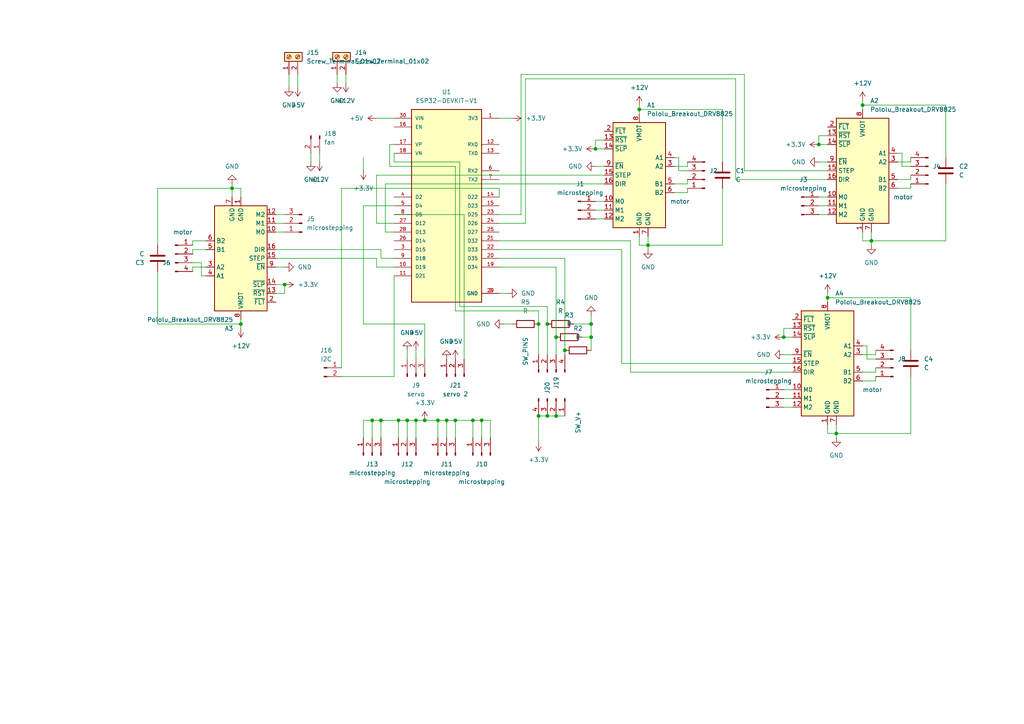
<source format=kicad_sch>
(kicad_sch (version 20231120) (generator "eeschema") (generator_version "8.0")
  (paper "A4")
  (lib_symbols
    (symbol "Connector:Conn_01x02_Pin" (pin_names (offset 1.016) hide)
      (property "Reference" "J" (at 0 2.54 0))
      (property "Value" "Conn_01x02_Pin" (at 0 -5.08 0))
      (symbol "Conn_01x02_Pin_1_1"
        (polyline (pts (xy 1.27 -2.54) (xy 0.8636 -2.54)) (stroke (width 0.1524)))
        (polyline (pts (xy 1.27 0) (xy 0.8636 0)) (stroke (width 0.1524)))
        (rectangle (start 0.8636 -2.413) (end 0 -2.667) (stroke (width 0.1524)) (fill (type outline)))
        (rectangle (start 0.8636 0.127) (end 0 -0.127) (stroke (width 0.1524)) (fill (type outline)))
        (pin passive line (at 5.08 0 180) (length 3.81) (name "Pin_1") (number "1"))
        (pin passive line (at 5.08 -2.54 180) (length 3.81) (name "Pin_2") (number "2"))
      )
    )
    (symbol "Connector:Conn_01x03_Pin" (pin_names (offset 1.016) hide)
      (property "Reference" "J" (at 0 5.08 0))
      (property "Value" "Conn_01x03_Pin" (at 0 -5.08 0))
      (symbol "Conn_01x03_Pin_1_1"
        (polyline (pts (xy 1.27 -2.54) (xy 0.8636 -2.54)) (stroke (width 0.1524)))
        (polyline (pts (xy 1.27 0) (xy 0.8636 0)) (stroke (width 0.1524)))
        (polyline (pts (xy 1.27 2.54) (xy 0.8636 2.54)) (stroke (width 0.1524)))
        (rectangle (start 0.8636 -2.413) (end 0 -2.667) (stroke (width 0.1524)) (fill (type outline)))
        (rectangle (start 0.8636 0.127) (end 0 -0.127) (stroke (width 0.1524)) (fill (type outline)))
        (rectangle (start 0.8636 2.667) (end 0 2.413) (stroke (width 0.1524)) (fill (type outline)))
        (pin passive line (at 5.08 2.54 180) (length 3.81) (name "Pin_1") (number "1"))
        (pin passive line (at 5.08 0 180) (length 3.81) (name "Pin_2") (number "2"))
        (pin passive line (at 5.08 -2.54 180) (length 3.81) (name "Pin_3") (number "3"))
      )
    )
    (symbol "Connector:Conn_01x04_Pin" (pin_names (offset 1.016) hide)
      (property "Reference" "J" (at 0 5.08 0))
      (property "Value" "Conn_01x04_Pin" (at 0 -7.62 0))
      (symbol "Conn_01x04_Pin_1_1"
        (polyline (pts (xy 1.27 -5.08) (xy 0.8636 -5.08)) (stroke (width 0.1524)))
        (polyline (pts (xy 1.27 -2.54) (xy 0.8636 -2.54)) (stroke (width 0.1524)))
        (polyline (pts (xy 1.27 0) (xy 0.8636 0)) (stroke (width 0.1524)))
        (polyline (pts (xy 1.27 2.54) (xy 0.8636 2.54)) (stroke (width 0.1524)))
        (rectangle (start 0.8636 -4.953) (end 0 -5.207) (stroke (width 0.1524)) (fill (type outline)))
        (rectangle (start 0.8636 -2.413) (end 0 -2.667) (stroke (width 0.1524)) (fill (type outline)))
        (rectangle (start 0.8636 0.127) (end 0 -0.127) (stroke (width 0.1524)) (fill (type outline)))
        (rectangle (start 0.8636 2.667) (end 0 2.413) (stroke (width 0.1524)) (fill (type outline)))
        (pin passive line (at 5.08 2.54 180) (length 3.81) (name "Pin_1") (number "1"))
        (pin passive line (at 5.08 0 180) (length 3.81) (name "Pin_2") (number "2"))
        (pin passive line (at 5.08 -2.54 180) (length 3.81) (name "Pin_3") (number "3"))
        (pin passive line (at 5.08 -5.08 180) (length 3.81) (name "Pin_4") (number "4"))
      )
    )
    (symbol "Connector:Screw_Terminal_01x02" (pin_names (offset 1.016) hide)
      (property "Reference" "J" (at 0 2.54 0))
      (property "Value" "Screw_Terminal_01x02" (at 0 -5.08 0))
      (symbol "Screw_Terminal_01x02_1_1"
        (rectangle (start -1.27 1.27) (end 1.27 -3.81) (stroke (width 0.254)) (fill (type background)))
        (circle (center 0 -2.54) (radius 0.635) (stroke (width 0.1524)))
        (polyline (pts (xy -0.5334 -2.2098) (xy 0.3302 -3.048)) (stroke (width 0.1524)))
        (polyline (pts (xy -0.5334 0.3302) (xy 0.3302 -0.508)) (stroke (width 0.1524)))
        (polyline (pts (xy -0.3556 -2.032) (xy 0.508 -2.8702)) (stroke (width 0.1524)))
        (polyline (pts (xy -0.3556 0.508) (xy 0.508 -0.3302)) (stroke (width 0.1524)))
        (circle (center 0 0) (radius 0.635) (stroke (width 0.1524)))
        (pin passive line (at -5.08 0 0) (length 3.81) (name "Pin_1") (number "1"))
        (pin passive line (at -5.08 -2.54 0) (length 3.81) (name "Pin_2") (number "2"))
      )
    )
    (symbol "Device:C" (pin_numbers hide) (pin_names (offset 0.254))
      (property "Reference" "C" (at 0.635 2.54 0))
      (property "Value" "C" (at 0.635 -2.54 0))
      (symbol "C_0_1"
        (polyline (pts (xy -2.032 -0.762) (xy 2.032 -0.762)) (stroke (width 0.508)))
        (polyline (pts (xy -2.032 0.762) (xy 2.032 0.762)) (stroke (width 0.508)))
      )
      (symbol "C_1_1"
        (pin passive line (at 0 3.81 270) (length 2.794) (name "~") (number "1"))
        (pin passive line (at 0 -3.81 90) (length 2.794) (name "~") (number "2"))
      )
    )
    (symbol "Device:R" (pin_numbers hide) (pin_names (offset 0))
      (property "Reference" "R" (at 2.032 0 90))
      (property "Value" "R" (at 0 0 90))
      (symbol "R_0_1"
        (rectangle (start -1.016 -2.54) (end 1.016 2.54) (stroke (width 0.254)))
      )
      (symbol "R_1_1"
        (pin passive line (at 0 3.81 270) (length 1.27) (name "~") (number "1"))
        (pin passive line (at 0 -3.81 90) (length 1.27) (name "~") (number "2"))
      )
    )
    (symbol "Driver_Motor:Pololu_Breakout_DRV8825"
      (property "Reference" "A" (at -2.54 16.51 0))
      (property "Value" "Pololu_Breakout_DRV8825" (at -2.54 13.97 0))
      (symbol "Pololu_Breakout_DRV8825_0_1"
        (rectangle (start 7.62 -17.78) (end -7.62 12.7) (stroke (width 0.254)) (fill (type background)))
      )
      (symbol "Pololu_Breakout_DRV8825_1_1"
        (pin power_in line (at 0 -20.32 90) (length 2.54) (name "GND") (number "1"))
        (pin input line (at -10.16 -10.16 0) (length 2.54) (name "M0") (number "10"))
        (pin input line (at -10.16 -12.7 0) (length 2.54) (name "M1") (number "11"))
        (pin input line (at -10.16 -15.24 0) (length 2.54) (name "M2") (number "12"))
        (pin input line (at -10.16 7.62 0) (length 2.54) (name "~{RST}") (number "13"))
        (pin input line (at -10.16 5.08 0) (length 2.54) (name "~{SLP}") (number "14"))
        (pin input line (at -10.16 -2.54 0) (length 2.54) (name "STEP") (number "15"))
        (pin input line (at -10.16 -5.08 0) (length 2.54) (name "DIR") (number "16"))
        (pin output line (at -10.16 10.16 0) (length 2.54) (name "~{FLT}") (number "2"))
        (pin output line (at 10.16 0 180) (length 2.54) (name "A2") (number "3"))
        (pin output line (at 10.16 2.54 180) (length 2.54) (name "A1") (number "4"))
        (pin output line (at 10.16 -5.08 180) (length 2.54) (name "B1") (number "5"))
        (pin output line (at 10.16 -7.62 180) (length 2.54) (name "B2") (number "6"))
        (pin power_in line (at 2.54 -20.32 90) (length 2.54) (name "GND") (number "7"))
        (pin power_in line (at 0 15.24 270) (length 2.54) (name "VMOT") (number "8"))
        (pin input line (at -10.16 0 0) (length 2.54) (name "~{EN}") (number "9"))
      )
    )
    (symbol "ESP32-DEVKIT-V1:ESP32-DEVKIT-V1" (pin_names (offset 1.016))
      (property "Reference" "U" (at -10.16 30.48 0))
      (property "Value" "ESP32-DEVKIT-V1" (at -10.16 -30.48 0))
      (symbol "ESP32-DEVKIT-V1_0_0"
        (rectangle (start -10.16 -27.94) (end 10.16 27.94) (stroke (width 0.254)) (fill (type background)))
        (pin output line (at 15.24 25.4 180) (length 5.08) (name "3V3") (number "1"))
        (pin bidirectional line (at -15.24 -17.78 0) (length 5.08) (name "D19") (number "10"))
        (pin bidirectional line (at -15.24 -20.32 0) (length 5.08) (name "D21") (number "11"))
        (pin input line (at 15.24 17.78 180) (length 5.08) (name "RX0") (number "12"))
        (pin output line (at 15.24 15.24 180) (length 5.08) (name "TX0") (number "13"))
        (pin bidirectional line (at 15.24 2.54 180) (length 5.08) (name "D22") (number "14"))
        (pin bidirectional line (at 15.24 0 180) (length 5.08) (name "D23") (number "15"))
        (pin input line (at -15.24 22.86 0) (length 5.08) (name "EN") (number "16"))
        (pin bidirectional line (at -15.24 17.78 0) (length 5.08) (name "VP") (number "17"))
        (pin bidirectional line (at -15.24 15.24 0) (length 5.08) (name "VN") (number "18"))
        (pin bidirectional line (at 15.24 -17.78 180) (length 5.08) (name "D34") (number "19"))
        (pin power_in line (at 15.24 -25.4 180) (length 5.08) (name "GND") (number "2"))
        (pin bidirectional line (at 15.24 -15.24 180) (length 5.08) (name "D35") (number "20"))
        (pin bidirectional line (at 15.24 -10.16 180) (length 5.08) (name "D32") (number "21"))
        (pin bidirectional line (at 15.24 -12.7 180) (length 5.08) (name "D33") (number "22"))
        (pin bidirectional line (at 15.24 -2.54 180) (length 5.08) (name "D25") (number "23"))
        (pin bidirectional line (at 15.24 -5.08 180) (length 5.08) (name "D26") (number "24"))
        (pin bidirectional line (at 15.24 -7.62 180) (length 5.08) (name "D27") (number "25"))
        (pin bidirectional line (at -15.24 -10.16 0) (length 5.08) (name "D14") (number "26"))
        (pin bidirectional line (at -15.24 -5.08 0) (length 5.08) (name "D12") (number "27"))
        (pin bidirectional line (at -15.24 -7.62 0) (length 5.08) (name "D13") (number "28"))
        (pin power_in line (at 15.24 -25.4 180) (length 5.08) (name "GND") (number "29"))
        (pin bidirectional line (at -15.24 -12.7 0) (length 5.08) (name "D15") (number "3"))
        (pin input line (at -15.24 25.4 0) (length 5.08) (name "VIN") (number "30"))
        (pin bidirectional line (at -15.24 2.54 0) (length 5.08) (name "D2") (number "4"))
        (pin bidirectional line (at -15.24 0 0) (length 5.08) (name "D4") (number "5"))
        (pin input line (at 15.24 10.16 180) (length 5.08) (name "RX2") (number "6"))
        (pin output line (at 15.24 7.62 180) (length 5.08) (name "TX2") (number "7"))
        (pin bidirectional line (at -15.24 -2.54 0) (length 5.08) (name "D5") (number "8"))
        (pin bidirectional line (at -15.24 -15.24 0) (length 5.08) (name "D18") (number "9"))
      )
    )
    (symbol "power:+12V" (power) (pin_names (offset 0))
      (property "Value" "+12V" (at 0 3.556 0))
      (symbol "+12V_0_1"
        (polyline (pts (xy -0.762 1.27) (xy 0 2.54)))
        (polyline (pts (xy 0 0) (xy 0 2.54)))
        (polyline (pts (xy 0 2.54) (xy 0.762 1.27)))
      )
      (symbol "+12V_1_1"
        (pin power_in line (at 0 0 90) (length 0) hide (name "+12V") (number "1"))
      )
    )
    (symbol "power:+3.3V" (power) (pin_names (offset 0))
      (property "Value" "+3.3V" (at 0 3.556 0))
      (symbol "+3.3V_0_1"
        (polyline (pts (xy -0.762 1.27) (xy 0 2.54)))
        (polyline (pts (xy 0 0) (xy 0 2.54)))
        (polyline (pts (xy 0 2.54) (xy 0.762 1.27)))
      )
      (symbol "+3.3V_1_1"
        (pin power_in line (at 0 0 90) (length 0) hide (name "+3.3V") (number "1"))
      )
    )
    (symbol "power:+5V" (power) (pin_names (offset 0))
      (property "Value" "+5V" (at 0 3.556 0))
      (symbol "+5V_0_1"
        (polyline (pts (xy -0.762 1.27) (xy 0 2.54)))
        (polyline (pts (xy 0 0) (xy 0 2.54)))
        (polyline (pts (xy 0 2.54) (xy 0.762 1.27)))
      )
      (symbol "+5V_1_1"
        (pin power_in line (at 0 0 90) (length 0) hide (name "+5V") (number "1"))
      )
    )
    (symbol "power:GND" (power) (pin_names (offset 0))
      (property "Value" "GND" (at 0 -3.81 0))
      (symbol "GND_0_1"
        (polyline (pts (xy 0 0) (xy 0 -1.27) (xy 1.27 -1.27) (xy 0 -2.54) (xy -1.27 -1.27) (xy 0 -1.27)))
      )
      (symbol "GND_1_1"
        (pin power_in line (at 0 0 270) (length 0) hide (name "GND") (number "1"))
      )
    )
  )
  (junction (at 185.42 31.75))
  (junction (at 161.29 120.65))
  (junction (at 139.7 121.92))
  (junction (at 110.49 121.92))
  (junction (at 187.96 71.12))
  (junction (at 163.83 101.6))
  (junction (at 156.21 93.98))
  (junction (at 158.75 93.98))
  (junction (at 242.57 125.73))
  (junction (at 132.08 121.92))
  (junction (at 127 121.92))
  (junction (at 156.21 120.65))
  (junction (at 115.57 121.92))
  (junction (at 252.73 69.85))
  (junction (at 129.54 121.92))
  (junction (at 107.95 121.92))
  (junction (at 137.16 121.92))
  (junction (at 123.19 121.92))
  (junction (at 237.49 41.91))
  (junction (at 118.11 121.92))
  (junction (at 172.72 43.18))
  (junction (at 240.03 86.36))
  (junction (at 227.33 97.79))
  (junction (at 161.29 97.79))
  (junction (at 82.55 82.55))
  (junction (at 171.45 93.98))
  (junction (at 171.45 97.79))
  (junction (at 120.65 121.92))
  (junction (at 158.75 120.65))
  (junction (at 67.31 54.61))
  (junction (at 250.19 30.48))
  (junction (at 69.85 93.98))
  (wire (pts (xy 97.79 21.59) (xy 97.79 24.13)))
  (wire (pts (xy 227.33 118.11) (xy 229.87 118.11)))
  (wire (pts (xy 215.9 49.53) (xy 215.9 21.59)))
  (wire (pts (xy 240.03 49.53) (xy 215.9 49.53)))
  (wire (pts (xy 144.78 62.23) (xy 151.13 62.23)))
  (wire (pts (xy 139.7 121.92) (xy 137.16 121.92)))
  (wire (pts (xy 185.42 31.75) (xy 185.42 33.02)))
  (wire (pts (xy 45.72 78.74) (xy 45.72 93.98)))
  (wire (pts (xy 105.41 45.72) (xy 105.41 49.53)))
  (wire (pts (xy 59.69 72.39) (xy 55.88 72.39)))
  (wire (pts (xy 139.7 121.92) (xy 139.7 127)))
  (wire (pts (xy 260.35 52.07) (xy 264.16 52.07)))
  (wire (pts (xy 199.39 54.61) (xy 199.39 55.88)))
  (wire (pts (xy 172.72 58.42) (xy 175.26 58.42)))
  (wire (pts (xy 114.3 62.23) (xy 134.62 62.23)))
  (wire (pts (xy 199.39 53.34) (xy 199.39 52.07)))
  (wire (pts (xy 152.4 22.86) (xy 152.4 64.77)))
  (wire (pts (xy 120.65 127) (xy 120.65 121.92)))
  (wire (pts (xy 67.31 57.15) (xy 67.31 54.61)))
  (wire (pts (xy 242.57 123.19) (xy 242.57 125.73)))
  (wire (pts (xy 227.33 95.25) (xy 227.33 97.79)))
  (wire (pts (xy 237.49 39.37) (xy 237.49 41.91)))
  (wire (pts (xy 137.16 121.92) (xy 132.08 121.92)))
  (wire (pts (xy 172.72 43.18) (xy 175.26 43.18)))
  (wire (pts (xy 45.72 71.12) (xy 45.72 54.61)))
  (wire (pts (xy 185.42 68.58) (xy 185.42 71.12)))
  (wire (pts (xy 90.17 44.45) (xy 90.17 46.99)))
  (wire (pts (xy 59.69 77.47) (xy 55.88 77.47)))
  (wire (pts (xy 133.35 88.9) (xy 158.75 88.9)))
  (wire (pts (xy 199.39 49.53) (xy 196.85 49.53)))
  (wire (pts (xy 80.01 74.93) (xy 109.22 74.93)))
  (wire (pts (xy 237.49 57.15) (xy 240.03 57.15)))
  (wire (pts (xy 237.49 46.99) (xy 240.03 46.99)))
  (wire (pts (xy 156.21 93.98) (xy 156.21 102.87)))
  (wire (pts (xy 274.32 45.72) (xy 274.32 30.48)))
  (wire (pts (xy 229.87 95.25) (xy 227.33 95.25)))
  (wire (pts (xy 250.19 102.87) (xy 254 102.87)))
  (wire (pts (xy 55.88 76.2) (xy 58.42 76.2)))
  (wire (pts (xy 254 110.49) (xy 250.19 110.49)))
  (wire (pts (xy 99.06 106.68) (xy 99.06 54.61)))
  (wire (pts (xy 209.55 31.75) (xy 185.42 31.75)))
  (wire (pts (xy 132.08 48.26) (xy 132.08 90.17)))
  (wire (pts (xy 185.42 71.12) (xy 187.96 71.12)))
  (wire (pts (xy 134.62 62.23) (xy 134.62 104.14)))
  (wire (pts (xy 58.42 76.2) (xy 58.42 80.01)))
  (wire (pts (xy 82.55 85.09) (xy 82.55 82.55)))
  (wire (pts (xy 161.29 120.65) (xy 163.83 120.65)))
  (wire (pts (xy 114.3 46.99) (xy 133.35 46.99)))
  (wire (pts (xy 237.49 59.69) (xy 240.03 59.69)))
  (wire (pts (xy 240.03 86.36) (xy 240.03 87.63)))
  (wire (pts (xy 107.95 121.92) (xy 110.49 121.92)))
  (wire (pts (xy 105.41 127) (xy 105.41 121.92)))
  (wire (pts (xy 264.16 53.34) (xy 264.16 54.61)))
  (wire (pts (xy 171.45 97.79) (xy 171.45 101.6)))
  (wire (pts (xy 171.45 93.98) (xy 171.45 97.79)))
  (wire (pts (xy 105.41 121.92) (xy 107.95 121.92)))
  (wire (pts (xy 146.05 93.98) (xy 148.59 93.98)))
  (wire (pts (xy 82.55 64.77) (xy 80.01 64.77)))
  (wire (pts (xy 264.16 101.6) (xy 264.16 86.36)))
  (wire (pts (xy 92.71 44.45) (xy 92.71 46.99)))
  (wire (pts (xy 114.3 109.22) (xy 99.06 109.22)))
  (wire (pts (xy 227.33 102.87) (xy 229.87 102.87)))
  (wire (pts (xy 240.03 125.73) (xy 242.57 125.73)))
  (wire (pts (xy 261.62 48.26) (xy 261.62 44.45)))
  (wire (pts (xy 180.34 105.41) (xy 229.87 105.41)))
  (wire (pts (xy 250.19 29.21) (xy 250.19 30.48)))
  (wire (pts (xy 82.55 82.55) (xy 80.01 82.55)))
  (wire (pts (xy 129.54 121.92) (xy 127 121.92)))
  (wire (pts (xy 240.03 52.07) (xy 213.36 52.07)))
  (wire (pts (xy 80.01 85.09) (xy 82.55 85.09)))
  (wire (pts (xy 115.57 127) (xy 115.57 121.92)))
  (wire (pts (xy 107.95 121.92) (xy 107.95 127)))
  (wire (pts (xy 144.78 85.09) (xy 147.32 85.09)))
  (wire (pts (xy 185.42 30.48) (xy 185.42 31.75)))
  (wire (pts (xy 69.85 54.61) (xy 67.31 54.61)))
  (wire (pts (xy 109.22 74.93) (xy 109.22 77.47)))
  (wire (pts (xy 227.33 97.79) (xy 229.87 97.79)))
  (wire (pts (xy 254 104.14) (xy 251.46 104.14)))
  (wire (pts (xy 250.19 107.95) (xy 254 107.95)))
  (wire (pts (xy 209.55 54.61) (xy 209.55 71.12)))
  (wire (pts (xy 250.19 69.85) (xy 252.73 69.85)))
  (wire (pts (xy 161.29 97.79) (xy 161.29 102.87)))
  (wire (pts (xy 144.78 77.47) (xy 161.29 77.47)))
  (wire (pts (xy 252.73 69.85) (xy 252.73 71.12)))
  (wire (pts (xy 171.45 91.44) (xy 171.45 93.98)))
  (wire (pts (xy 166.37 93.98) (xy 171.45 93.98)))
  (wire (pts (xy 110.49 74.93) (xy 114.3 74.93)))
  (wire (pts (xy 109.22 77.47) (xy 114.3 77.47)))
  (wire (pts (xy 120.65 121.92) (xy 123.19 121.92)))
  (wire (pts (xy 187.96 68.58) (xy 187.96 71.12)))
  (wire (pts (xy 99.06 54.61) (xy 144.78 54.61)))
  (wire (pts (xy 215.9 21.59) (xy 151.13 21.59)))
  (wire (pts (xy 172.72 40.64) (xy 172.72 43.18)))
  (wire (pts (xy 264.16 109.22) (xy 264.16 125.73)))
  (wire (pts (xy 105.41 59.69) (xy 105.41 93.98)))
  (wire (pts (xy 196.85 49.53) (xy 196.85 45.72)))
  (wire (pts (xy 69.85 95.25) (xy 69.85 93.98)))
  (wire (pts (xy 113.03 48.26) (xy 132.08 48.26)))
  (wire (pts (xy 80.01 72.39) (xy 110.49 72.39)))
  (wire (pts (xy 274.32 69.85) (xy 252.73 69.85)))
  (wire (pts (xy 127 121.92) (xy 127 127)))
  (wire (pts (xy 118.11 121.92) (xy 118.11 127)))
  (wire (pts (xy 127 121.92) (xy 123.19 121.92)))
  (wire (pts (xy 158.75 93.98) (xy 158.75 102.87)))
  (wire (pts (xy 129.54 121.92) (xy 129.54 127)))
  (wire (pts (xy 111.76 67.31) (xy 114.3 67.31)))
  (wire (pts (xy 168.91 97.79) (xy 171.45 97.79)))
  (wire (pts (xy 172.72 63.5) (xy 175.26 63.5)))
  (wire (pts (xy 144.78 74.93) (xy 163.83 74.93)))
  (wire (pts (xy 156.21 90.17) (xy 156.21 93.98)))
  (wire (pts (xy 264.16 46.99) (xy 264.16 45.72)))
  (wire (pts (xy 100.33 21.59) (xy 100.33 24.13)))
  (wire (pts (xy 114.3 59.69) (xy 105.41 59.69)))
  (wire (pts (xy 55.88 71.12) (xy 55.88 69.85)))
  (wire (pts (xy 69.85 93.98) (xy 69.85 92.71)))
  (wire (pts (xy 250.19 30.48) (xy 250.19 31.75)))
  (wire (pts (xy 45.72 54.61) (xy 67.31 54.61)))
  (wire (pts (xy 274.32 30.48) (xy 250.19 30.48)))
  (wire (pts (xy 144.78 72.39) (xy 180.34 72.39)))
  (wire (pts (xy 144.78 54.61) (xy 144.78 57.15)))
  (wire (pts (xy 114.3 44.45) (xy 114.3 46.99)))
  (wire (pts (xy 199.39 55.88) (xy 195.58 55.88)))
  (wire (pts (xy 158.75 88.9) (xy 158.75 93.98)))
  (wire (pts (xy 199.39 48.26) (xy 199.39 46.99)))
  (wire (pts (xy 123.19 93.98) (xy 123.19 104.14)))
  (wire (pts (xy 110.49 72.39) (xy 110.49 74.93)))
  (wire (pts (xy 172.72 48.26) (xy 175.26 48.26)))
  (wire (pts (xy 242.57 125.73) (xy 242.57 127)))
  (wire (pts (xy 172.72 60.96) (xy 175.26 60.96)))
  (wire (pts (xy 163.83 101.6) (xy 163.83 102.87)))
  (wire (pts (xy 113.03 41.91) (xy 113.03 48.26)))
  (wire (pts (xy 69.85 57.15) (xy 69.85 54.61)))
  (wire (pts (xy 227.33 115.57) (xy 229.87 115.57)))
  (wire (pts (xy 86.36 21.59) (xy 86.36 25.4)))
  (wire (pts (xy 120.65 101.6) (xy 120.65 104.14)))
  (wire (pts (xy 158.75 120.65) (xy 161.29 120.65)))
  (wire (pts (xy 254 107.95) (xy 254 106.68)))
  (wire (pts (xy 213.36 52.07) (xy 213.36 22.86)))
  (wire (pts (xy 264.16 125.73) (xy 242.57 125.73)))
  (wire (pts (xy 144.78 69.85) (xy 182.88 69.85)))
  (wire (pts (xy 274.32 53.34) (xy 274.32 69.85)))
  (wire (pts (xy 240.03 39.37) (xy 237.49 39.37)))
  (wire (pts (xy 82.55 67.31) (xy 80.01 67.31)))
  (wire (pts (xy 264.16 54.61) (xy 260.35 54.61)))
  (wire (pts (xy 264.16 86.36) (xy 240.03 86.36)))
  (wire (pts (xy 175.26 40.64) (xy 172.72 40.64)))
  (wire (pts (xy 118.11 121.92) (xy 120.65 121.92)))
  (wire (pts (xy 261.62 44.45) (xy 260.35 44.45)))
  (wire (pts (xy 213.36 22.86) (xy 152.4 22.86)))
  (wire (pts (xy 142.24 127) (xy 142.24 121.92)))
  (wire (pts (xy 209.55 46.99) (xy 209.55 31.75)))
  (wire (pts (xy 133.35 46.99) (xy 133.35 88.9)))
  (wire (pts (xy 111.76 53.34) (xy 111.76 67.31)))
  (wire (pts (xy 240.03 85.09) (xy 240.03 86.36)))
  (wire (pts (xy 144.78 34.29) (xy 148.59 34.29)))
  (wire (pts (xy 109.22 34.29) (xy 114.3 34.29)))
  (wire (pts (xy 111.76 53.34) (xy 175.26 53.34)))
  (wire (pts (xy 67.31 54.61) (xy 67.31 53.34)))
  (wire (pts (xy 55.88 72.39) (xy 55.88 73.66)))
  (wire (pts (xy 175.26 50.8) (xy 109.22 50.8)))
  (wire (pts (xy 132.08 90.17) (xy 156.21 90.17)))
  (wire (pts (xy 264.16 52.07) (xy 264.16 50.8)))
  (wire (pts (xy 264.16 48.26) (xy 261.62 48.26)))
  (wire (pts (xy 182.88 107.95) (xy 229.87 107.95)))
  (wire (pts (xy 251.46 100.33) (xy 250.19 100.33)))
  (wire (pts (xy 109.22 64.77) (xy 114.3 64.77)))
  (wire (pts (xy 252.73 67.31) (xy 252.73 69.85)))
  (wire (pts (xy 254 109.22) (xy 254 110.49)))
  (wire (pts (xy 260.35 46.99) (xy 264.16 46.99)))
  (wire (pts (xy 82.55 77.47) (xy 80.01 77.47)))
  (wire (pts (xy 195.58 53.34) (xy 199.39 53.34)))
  (wire (pts (xy 163.83 74.93) (xy 163.83 101.6)))
  (wire (pts (xy 83.82 21.59) (xy 83.82 25.4)))
  (wire (pts (xy 161.29 77.47) (xy 161.29 97.79)))
  (wire (pts (xy 254 102.87) (xy 254 101.6)))
  (wire (pts (xy 152.4 64.77) (xy 144.78 64.77)))
  (wire (pts (xy 156.21 120.65) (xy 156.21 128.27)))
  (wire (pts (xy 151.13 62.23) (xy 151.13 21.59)))
  (wire (pts (xy 45.72 93.98) (xy 69.85 93.98)))
  (wire (pts (xy 55.88 77.47) (xy 55.88 78.74)))
  (wire (pts (xy 240.03 123.19) (xy 240.03 125.73)))
  (wire (pts (xy 132.08 121.92) (xy 129.54 121.92)))
  (wire (pts (xy 109.22 50.8) (xy 109.22 64.77)))
  (wire (pts (xy 115.57 121.92) (xy 118.11 121.92)))
  (wire (pts (xy 142.24 121.92) (xy 139.7 121.92)))
  (wire (pts (xy 118.11 101.6) (xy 118.11 104.14)))
  (wire (pts (xy 237.49 41.91) (xy 240.03 41.91)))
  (wire (pts (xy 187.96 71.12) (xy 187.96 72.39)))
  (wire (pts (xy 110.49 121.92) (xy 110.49 127)))
  (wire (pts (xy 196.85 45.72) (xy 195.58 45.72)))
  (wire (pts (xy 251.46 104.14) (xy 251.46 100.33)))
  (wire (pts (xy 209.55 71.12) (xy 187.96 71.12)))
  (wire (pts (xy 250.19 67.31) (xy 250.19 69.85)))
  (wire (pts (xy 105.41 93.98) (xy 123.19 93.98)))
  (wire (pts (xy 110.49 121.92) (xy 115.57 121.92)))
  (wire (pts (xy 114.3 80.01) (xy 114.3 109.22)))
  (wire (pts (xy 156.21 120.65) (xy 158.75 120.65)))
  (wire (pts (xy 182.88 69.85) (xy 182.88 107.95)))
  (wire (pts (xy 237.49 62.23) (xy 240.03 62.23)))
  (wire (pts (xy 82.55 62.23) (xy 80.01 62.23)))
  (wire (pts (xy 58.42 80.01) (xy 59.69 80.01)))
  (wire (pts (xy 180.34 72.39) (xy 180.34 105.41)))
  (wire (pts (xy 55.88 69.85) (xy 59.69 69.85)))
  (wire (pts (xy 137.16 121.92) (xy 137.16 127)))
  (wire (pts (xy 195.58 48.26) (xy 199.39 48.26)))
  (wire (pts (xy 227.33 113.03) (xy 229.87 113.03)))
  (wire (pts (xy 132.08 121.92) (xy 132.08 127)))
  (wire (pts (xy 114.3 41.91) (xy 113.03 41.91)))
  (symbol (lib_id "Driver_Motor:Pololu_Breakout_DRV8825") (at 240.03 102.87 0) (unit 1)
    (property "Reference" "A4" (at 242.2241 85.09 0) (effects (justify left)))
    (property "Value" "Pololu_Breakout_DRV8825" (at 242.2241 87.63 0) (effects (justify left)))
    (property "Footprint" "Module:Pololu_Breakout-16_15.2x20.3mm" (effects (hide yes)))
    (property "Datasheet" "https://www.pololu.com/product/2982" (effects (hide yes)))
  )
  (symbol (lib_id "power:+3.3V") (at 237.49 41.91 90) (unit 1)
    (property "Reference" "#PWR08" (effects (hide yes)))
    (property "Value" "+3.3V" (at 233.68 41.91 90) (effects (justify left)))
  )
  (symbol (lib_id "Connector:Conn_01x03_Pin") (at 139.7 132.08 90) (unit 1)
    (property "Reference" "J10" (at 139.7 134.62 90))
    (property "Value" "microstepping" (at 139.7 139.7 90))
    (property "Footprint" "Connector_PinHeader_2.54mm:PinHeader_1x03_P2.54mm_Vertical" (effects (hide yes)))
  )
  (symbol (lib_id "power:GND") (at 90.17 46.99 0) (unit 1)
    (property "Reference" "#PWR028" (effects (hide yes)))
    (property "Value" "GND" (at 90.17 52.07 0))
  )
  (symbol (lib_id "Connector:Conn_01x04_Pin") (at 161.29 115.57 270) (unit 1)
    (property "Reference" "J20" (at 158.75 114.3 0) (effects (justify right)))
    (property "Value" "SW_V+" (at 167.64 125.73 0) (effects (justify right)))
    (property "Footprint" "Connector_PinHeader_2.54mm:PinHeader_1x04_P2.54mm_Vertical" (effects (hide yes)))
  )
  (symbol (lib_id "Connector:Conn_01x03_Pin") (at 87.63 64.77 180) (unit 1)
    (property "Reference" "J5" (at 88.9 63.5 0) (effects (justify right)))
    (property "Value" "microstepping" (at 88.9 66.04 0) (effects (justify right)))
    (property "Footprint" "Connector_PinHeader_2.54mm:PinHeader_1x03_P2.54mm_Vertical" (effects (hide yes)))
  )
  (symbol (lib_id "Device:C") (at 264.16 105.41 0) (unit 1)
    (property "Reference" "C4" (at 267.97 104.14 0) (effects (justify left)))
    (property "Value" "C" (at 267.97 106.68 0) (effects (justify left)))
    (property "Footprint" "Capacitor_THT:CP_Radial_D6.3mm_P2.50mm" (effects (hide yes)))
  )
  (symbol (lib_id "Connector:Conn_01x04_Pin") (at 50.8 73.66 0) (unit 1)
    (property "Reference" "J6" (at 49.53 76.2 0) (effects (justify right)))
    (property "Value" "motor" (at 55.88 67.31 0) (effects (justify right)))
    (property "Footprint" "Connector_PinHeader_2.54mm:PinHeader_1x04_P2.54mm_Vertical" (effects (hide yes)))
  )
  (symbol (lib_id "power:+3.3V") (at 82.55 82.55 270) (unit 1)
    (property "Reference" "#PWR012" (effects (hide yes)))
    (property "Value" "+3.3V" (at 86.36 82.55 90) (effects (justify left)))
  )
  (symbol (lib_id "power:GND") (at 146.05 93.98 270) (unit 1)
    (property "Reference" "#PWR031" (effects (hide yes)))
    (property "Value" "GND" (at 142.24 93.98 90) (effects (justify right)))
  )
  (symbol (lib_id "Connector:Conn_01x04_Pin") (at 204.47 52.07 180) (unit 1)
    (property "Reference" "J2" (at 205.74 49.53 0) (effects (justify right)))
    (property "Value" "motor" (at 194.31 58.42 0) (effects (justify right)))
    (property "Footprint" "Connector_PinHeader_2.54mm:PinHeader_1x04_P2.54mm_Vertical" (effects (hide yes)))
  )
  (symbol (lib_id "Connector:Screw_Terminal_01x02") (at 83.82 16.51 90) (unit 1)
    (property "Reference" "J15" (at 88.9 15.24 90) (effects (justify right)))
    (property "Value" "Screw_Terminal_01x02" (at 88.9 17.78 90) (effects (justify right)))
    (property "Footprint" "TerminalBlock:TerminalBlock_bornier-2_P5.08mm" (effects (hide yes)))
  )
  (symbol (lib_id "Connector:Conn_01x03_Pin") (at 107.95 132.08 90) (unit 1)
    (property "Reference" "J13" (at 107.95 134.62 90))
    (property "Value" "microstepping" (at 107.95 137.16 90))
    (property "Footprint" "Connector_PinHeader_2.54mm:PinHeader_1x03_P2.54mm_Vertical" (effects (hide yes)))
  )
  (symbol (lib_id "Connector:Conn_01x03_Pin") (at 129.54 132.08 90) (unit 1)
    (property "Reference" "J11" (at 129.54 134.62 90))
    (property "Value" "microstepping" (at 129.54 137.16 90))
    (property "Footprint" "Connector_PinHeader_2.54mm:PinHeader_1x03_P2.54mm_Vertical" (effects (hide yes)))
  )
  (symbol (lib_id "power:+12V") (at 240.03 85.09 0) (unit 1)
    (property "Reference" "#PWR018" (effects (hide yes)))
    (property "Value" "+12V" (at 240.03 80.01 0))
  )
  (symbol (lib_id "power:GND") (at 171.45 91.44 180) (unit 1)
    (property "Reference" "#PWR032" (effects (hide yes)))
    (property "Value" "GND" (at 171.45 86.36 0))
  )
  (symbol (lib_id "Connector:Conn_01x03_Pin") (at 232.41 59.69 0) (unit 1)
    (property "Reference" "J3" (at 233.045 52.07 0))
    (property "Value" "microstepping" (at 233.045 54.61 0))
    (property "Footprint" "Connector_PinHeader_2.54mm:PinHeader_1x03_P2.54mm_Vertical" (effects (hide yes)))
  )
  (symbol (lib_id "power:GND") (at 83.82 25.4 0) (unit 1)
    (property "Reference" "#PWR025" (effects (hide yes)))
    (property "Value" "GND" (at 83.82 30.48 0))
  )
  (symbol (lib_id "Connector:Conn_01x04_Pin") (at 259.08 106.68 180) (unit 1)
    (property "Reference" "J8" (at 260.35 104.14 0) (effects (justify right)))
    (property "Value" "motor" (at 250.19 113.03 0) (effects (justify right)))
    (property "Footprint" "Connector_PinHeader_2.54mm:PinHeader_1x04_P2.54mm_Vertical" (effects (hide yes)))
  )
  (symbol (lib_id "Device:R") (at 165.1 97.79 90) (unit 1)
    (property "Reference" "R3" (at 165.1 91.44 90))
    (property "Value" "R" (at 165.1 93.98 90))
    (property "Footprint" "Resistor_THT:R_Axial_DIN0204_L3.6mm_D1.6mm_P5.08mm_Horizontal" (effects (hide yes)))
  )
  (symbol (lib_id "Connector:Conn_01x03_Pin") (at 132.08 109.22 90) (unit 1)
    (property "Reference" "J21" (at 132.08 111.76 90))
    (property "Value" "servo 2" (at 132.08 114.3 90))
    (property "Footprint" "Connector_PinHeader_2.54mm:PinHeader_1x03_P2.54mm_Vertical" (effects (hide yes)))
  )
  (symbol (lib_id "power:GND") (at 242.57 127 0) (unit 1)
    (property "Reference" "#PWR019" (effects (hide yes)))
    (property "Value" "GND" (at 242.57 132.08 0))
  )
  (symbol (lib_id "Driver_Motor:Pololu_Breakout_DRV8825") (at 185.42 48.26 0) (unit 1)
    (property "Reference" "A1" (at 187.6141 30.48 0) (effects (justify left)))
    (property "Value" "Pololu_Breakout_DRV8825" (at 187.6141 33.02 0) (effects (justify left)))
    (property "Footprint" "Module:Pololu_Breakout-16_15.2x20.3mm" (effects (hide yes)))
    (property "Datasheet" "https://www.pololu.com/product/2982" (effects (hide yes)))
  )
  (symbol (lib_id "power:+3.3V") (at 105.41 49.53 180) (unit 1)
    (property "Reference" "#PWR039" (effects (hide yes)))
    (property "Value" "+3.3V" (at 105.41 54.61 0))
  )
  (symbol (lib_id "power:GND") (at 147.32 85.09 90) (unit 1)
    (property "Reference" "#PWR03" (effects (hide yes)))
    (property "Value" "GND" (at 151.13 85.09 90) (effects (justify right)))
  )
  (symbol (lib_id "power:+5V") (at 120.65 101.6 0) (unit 1)
    (property "Reference" "#PWR021" (effects (hide yes)))
    (property "Value" "+5V" (at 120.65 96.52 0))
  )
  (symbol (lib_id "Device:R") (at 162.56 93.98 270) (unit 1)
    (property "Reference" "R4" (at 162.56 87.63 90))
    (property "Value" "R" (at 162.56 90.17 90))
    (property "Footprint" "Resistor_THT:R_Axial_DIN0204_L3.6mm_D1.6mm_P5.08mm_Horizontal" (effects (hide yes)))
  )
  (symbol (lib_id "Connector:Conn_01x03_Pin") (at 120.65 109.22 90) (unit 1)
    (property "Reference" "J9" (at 120.65 111.76 90))
    (property "Value" "servo" (at 120.65 114.3 90))
    (property "Footprint" "Connector_PinHeader_2.54mm:PinHeader_1x03_P2.54mm_Vertical" (effects (hide yes)))
  )
  (symbol (lib_id "power:GND") (at 252.73 71.12 0) (unit 1)
    (property "Reference" "#PWR011" (effects (hide yes)))
    (property "Value" "GND" (at 252.73 76.2 0))
  )
  (symbol (lib_id "Device:C") (at 274.32 49.53 0) (unit 1)
    (property "Reference" "C2" (at 278.13 48.26 0) (effects (justify left)))
    (property "Value" "C" (at 278.13 50.8 0) (effects (justify left)))
    (property "Footprint" "Capacitor_THT:CP_Radial_D6.3mm_P2.50mm" (effects (hide yes)))
  )
  (symbol (lib_id "power:+3.3V") (at 227.33 97.79 90) (unit 1)
    (property "Reference" "#PWR016" (effects (hide yes)))
    (property "Value" "+3.3V" (at 223.52 97.79 90) (effects (justify left)))
  )
  (symbol (lib_id "power:+12V") (at 69.85 95.25 180) (unit 1)
    (property "Reference" "#PWR014" (effects (hide yes)))
    (property "Value" "+12V" (at 69.85 100.33 0))
  )
  (symbol (lib_id "Driver_Motor:Pololu_Breakout_DRV8825") (at 250.19 46.99 0) (unit 1)
    (property "Reference" "A2" (at 252.3841 29.21 0) (effects (justify left)))
    (property "Value" "Pololu_Breakout_DRV8825" (at 252.3841 31.75 0) (effects (justify left)))
    (property "Footprint" "Module:Pololu_Breakout-16_15.2x20.3mm" (effects (hide yes)))
    (property "Datasheet" "https://www.pololu.com/product/2982" (effects (hide yes)))
  )
  (symbol (lib_id "power:+12V") (at 100.33 24.13 180) (unit 1)
    (property "Reference" "#PWR023" (effects (hide yes)))
    (property "Value" "+12V" (at 100.33 29.21 0))
  )
  (symbol (lib_id "power:GND") (at 118.11 101.6 180) (unit 1)
    (property "Reference" "#PWR020" (effects (hide yes)))
    (property "Value" "GND" (at 118.11 96.5154 0))
  )
  (symbol (lib_id "power:+3.3V") (at 123.19 121.92 0) (unit 1)
    (property "Reference" "#PWR022" (effects (hide yes)))
    (property "Value" "+3.3V" (at 123.19 116.84 0))
  )
  (symbol (lib_id "power:+12V") (at 185.42 30.48 0) (unit 1)
    (property "Reference" "#PWR05" (effects (hide yes)))
    (property "Value" "+12V" (at 185.42 25.4 0))
  )
  (symbol (lib_id "power:+12V") (at 92.71 46.99 180) (unit 1)
    (property "Reference" "#PWR029" (effects (hide yes)))
    (property "Value" "+12V" (at 92.71 52.07 0))
  )
  (symbol (lib_id "Driver_Motor:Pololu_Breakout_DRV8825") (at 69.85 77.47 180) (unit 1)
    (property "Reference" "A3" (at 67.6559 95.25 0) (effects (justify left)))
    (property "Value" "Pololu_Breakout_DRV8825" (at 67.6559 92.71 0) (effects (justify left)))
    (property "Footprint" "Module:Pololu_Breakout-16_15.2x20.3mm" (effects (hide yes)))
    (property "Datasheet" "https://www.pololu.com/product/2982" (effects (hide yes)))
  )
  (symbol (lib_id "power:+5V") (at 109.22 34.29 90) (unit 1)
    (property "Reference" "#PWR01" (effects (hide yes)))
    (property "Value" "+5V" (at 105.41 34.29 90) (effects (justify left)))
  )
  (symbol (lib_id "Device:R") (at 167.64 101.6 90) (unit 1)
    (property "Reference" "R2" (at 167.64 95.25 90))
    (property "Value" "R" (at 167.64 97.79 90))
    (property "Footprint" "Resistor_THT:R_Axial_DIN0204_L3.6mm_D1.6mm_P5.08mm_Horizontal" (effects (hide yes)))
  )
  (symbol (lib_id "Device:C") (at 209.55 50.8 0) (unit 1)
    (property "Reference" "C1" (at 213.36 49.53 0) (effects (justify left)))
    (property "Value" "C" (at 213.36 52.07 0) (effects (justify left)))
    (property "Footprint" "Capacitor_THT:CP_Radial_D6.3mm_P2.50mm" (effects (hide yes)))
  )
  (symbol (lib_id "Device:R") (at 152.4 93.98 90) (unit 1)
    (property "Reference" "R5" (at 152.4 87.63 90))
    (property "Value" "R" (at 152.4 90.17 90))
    (property "Footprint" "Resistor_THT:R_Axial_DIN0204_L3.6mm_D1.6mm_P5.08mm_Horizontal" (effects (hide yes)))
  )
  (symbol (lib_id "power:+5V") (at 132.08 104.14 0) (unit 1)
    (property "Reference" "#PWR036" (effects (hide yes)))
    (property "Value" "+5V" (at 132.08 99.06 0))
  )
  (symbol (lib_id "power:+12V") (at 250.19 29.21 0) (unit 1)
    (property "Reference" "#PWR010" (effects (hide yes)))
    (property "Value" "+12V" (at 250.19 24.13 0))
  )
  (symbol (lib_id "Connector:Screw_Terminal_01x02") (at 97.79 16.51 90) (unit 1)
    (property "Reference" "J14" (at 102.87 15.24 90) (effects (justify right)))
    (property "Value" "Screw_Terminal_01x02" (at 102.87 17.78 90) (effects (justify right)))
    (property "Footprint" "TerminalBlock:TerminalBlock_bornier-2_P5.08mm" (effects (hide yes)))
  )
  (symbol (lib_id "Connector:Conn_01x02_Pin") (at 92.71 39.37 270) (unit 1)
    (property "Reference" "J18" (at 93.98 38.735 90) (effects (justify left)))
    (property "Value" "fan" (at 93.98 41.275 90) (effects (justify left)))
    (property "Footprint" "Connector_PinHeader_2.54mm:PinHeader_1x02_P2.54mm_Vertical" (effects (hide yes)))
  )
  (symbol (lib_id "Connector:Conn_01x03_Pin") (at 167.64 60.96 0) (unit 1)
    (property "Reference" "J1" (at 168.275 53.34 0))
    (property "Value" "microstepping" (at 168.275 55.88 0))
    (property "Footprint" "Connector_PinHeader_2.54mm:PinHeader_1x03_P2.54mm_Vertical" (effects (hide yes)))
  )
  (symbol (lib_id "power:GND") (at 187.96 72.39 0) (unit 1)
    (property "Reference" "#PWR06" (effects (hide yes)))
    (property "Value" "GND" (at 187.96 77.47 0))
  )
  (symbol (lib_id "ESP32-DEVKIT-V1:ESP32-DEVKIT-V1") (at 129.54 59.69 0) (unit 1)
    (property "Reference" "U1" (at 129.54 26.67 0))
    (property "Value" "ESP32-DEVKIT-V1" (at 129.54 29.21 0))
    (property "Footprint" "ESP32-DEVKIT-V1:MODULE_ESP32_DEVKIT_V1" (effects (hide yes)))
    (property "Description" "\nDual core, Wi-Fi: 2.4 GHz up to 150 Mbits/s,BLE (Bluetooth Low Energy) and legacy Bluetooth, 32 bits, Up to 240 MHz\n" (effects (hide yes)))
    (property "MF" "Do it" (effects (hide yes)))
    (property "MAXIMUM_PACKAGE_HEIGHT" "6.8 mm" (effects (hide yes)))
    (property "Package" "None" (effects (hide yes)))
    (property "Price" "None" (effects (hide yes)))
    (property "Check_prices" "https://www.snapeda.com/parts/ESP32-DEVKIT-V1/Do+it/view-part/?ref=eda" (effects (hide yes)))
    (property "STANDARD" "Manufacturer Recommendations" (effects (hide yes)))
    (property "PARTREV" "N/A" (effects (hide yes)))
    (property "SnapEDA_Link" "https://www.snapeda.com/parts/ESP32-DEVKIT-V1/Do+it/view-part/?ref=snap" (effects (hide yes)))
    (property "MP" "ESP32-DEVKIT-V1" (effects (hide yes)))
    (property "Availability" "Not in stock" (effects (hide yes)))
    (property "MANUFACTURER" "DOIT" (effects (hide yes)))
  )
  (symbol (lib_id "power:GND") (at 97.79 24.13 0) (unit 1)
    (property "Reference" "#PWR024" (effects (hide yes)))
    (property "Value" "GND" (at 97.79 29.21 0))
  )
  (symbol (lib_id "Connector:Conn_01x03_Pin") (at 118.11 132.08 90) (unit 1)
    (property "Reference" "J12" (at 118.11 134.62 90))
    (property "Value" "microstepping" (at 118.11 139.7 90))
    (property "Footprint" "Connector_PinHeader_2.54mm:PinHeader_1x03_P2.54mm_Vertical" (effects (hide yes)))
  )
  (symbol (lib_id "power:+3.3V") (at 148.59 34.29 270) (unit 1)
    (property "Reference" "#PWR02" (effects (hide yes)))
    (property "Value" "+3.3V" (at 152.4 34.29 90) (effects (justify left)))
  )
  (symbol (lib_id "power:GND") (at 82.55 77.47 90) (unit 1)
    (property "Reference" "#PWR013" (effects (hide yes)))
    (property "Value" "GND" (at 86.36 77.47 90) (effects (justify right)))
  )
  (symbol (lib_id "power:GND") (at 129.54 104.14 180) (unit 1)
    (property "Reference" "#PWR035" (effects (hide yes)))
    (property "Value" "GND" (at 129.54 99.0554 0))
  )
  (symbol (lib_id "power:+5V") (at 86.36 25.4 180) (unit 1)
    (property "Reference" "#PWR026" (effects (hide yes)))
    (property "Value" "+5V" (at 86.36 30.48 0))
  )
  (symbol (lib_id "power:+3.3V") (at 172.72 43.18 90) (unit 1)
    (property "Reference" "#PWR04" (effects (hide yes)))
    (property "Value" "+3.3V" (at 168.91 43.18 90) (effects (justify left)))
  )
  (symbol (lib_id "Device:C") (at 45.72 74.93 180) (unit 1)
    (property "Reference" "C3" (at 41.91 76.2 0) (effects (justify left)))
    (property "Value" "C" (at 41.91 73.66 0) (effects (justify left)))
    (property "Footprint" "Capacitor_THT:CP_Radial_D6.3mm_P2.50mm" (effects (hide yes)))
  )
  (symbol (lib_id "Connector:Conn_01x03_Pin") (at 222.25 115.57 0) (unit 1)
    (property "Reference" "J7" (at 222.885 107.95 0))
    (property "Value" "microstepping" (at 222.885 110.49 0))
    (property "Footprint" "Connector_PinHeader_2.54mm:PinHeader_1x03_P2.54mm_Vertical" (effects (hide yes)))
  )
  (symbol (lib_id "power:GND") (at 172.72 48.26 270) (unit 1)
    (property "Reference" "#PWR07" (effects (hide yes)))
    (property "Value" "GND" (at 168.91 48.26 90) (effects (justify right)))
  )
  (symbol (lib_id "power:+3.3V") (at 156.21 128.27 180) (unit 1)
    (property "Reference" "#PWR030" (effects (hide yes)))
    (property "Value" "+3.3V" (at 156.21 133.35 0))
  )
  (symbol (lib_id "power:GND") (at 67.31 53.34 180) (unit 1)
    (property "Reference" "#PWR015" (effects (hide yes)))
    (property "Value" "GND" (at 67.31 48.26 0))
  )
  (symbol (lib_id "Connector:Conn_01x04_Pin") (at 158.75 107.95 90) (unit 1)
    (property "Reference" "J19" (at 161.29 109.22 0) (effects (justify right)))
    (property "Value" "SW_PINS" (at 152.4 97.79 0) (effects (justify right)))
    (property "Footprint" "Connector_PinHeader_2.54mm:PinHeader_1x04_P2.54mm_Vertical" (effects (hide yes)))
  )
  (symbol (lib_id "power:GND") (at 237.49 46.99 270) (unit 1)
    (property "Reference" "#PWR09" (effects (hide yes)))
    (property "Value" "GND" (at 233.68 46.99 90) (effects (justify right)))
  )
  (symbol (lib_id "Connector:Conn_01x04_Pin") (at 269.24 50.8 180) (unit 1)
    (property "Reference" "J4" (at 270.51 48.26 0) (effects (justify right)))
    (property "Value" "motor" (at 259.08 57.15 0) (effects (justify right)))
    (property "Footprint" "Connector_PinHeader_2.54mm:PinHeader_1x04_P2.54mm_Vertical" (effects (hide yes)))
  )
  (symbol (lib_id "power:GND") (at 227.33 102.87 270) (unit 1)
    (property "Reference" "#PWR017" (effects (hide yes)))
    (property "Value" "GND" (at 223.52 102.87 90) (effects (justify right)))
  )
  (symbol (lib_id "Connector:Conn_01x02_Pin") (at 93.98 106.68 0) (unit 1)
    (property "Reference" "J16" (at 94.615 101.6 0))
    (property "Value" "I2C" (at 94.615 104.14 0))
    (property "Footprint" "Connector_PinHeader_2.54mm:PinHeader_1x02_P2.54mm_Vertical" (effects (hide yes)))
  )
)
</source>
